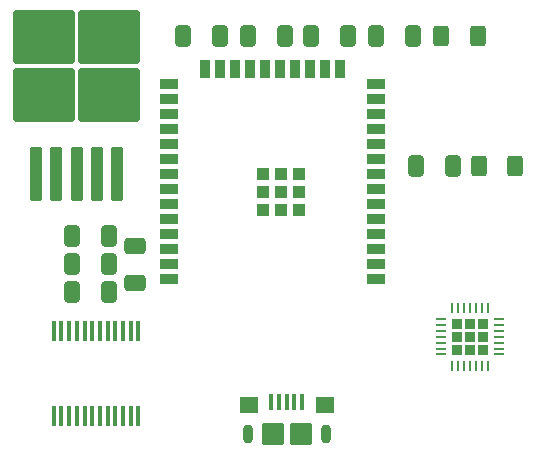
<source format=gtp>
G04 #@! TF.GenerationSoftware,KiCad,Pcbnew,7.0.7*
G04 #@! TF.CreationDate,2024-07-30T23:44:58+02:00*
G04 #@! TF.ProjectId,linefollower_pcb,6c696e65-666f-46c6-9c6f-7765725f7063,rev?*
G04 #@! TF.SameCoordinates,Original*
G04 #@! TF.FileFunction,Paste,Top*
G04 #@! TF.FilePolarity,Positive*
%FSLAX46Y46*%
G04 Gerber Fmt 4.6, Leading zero omitted, Abs format (unit mm)*
G04 Created by KiCad (PCBNEW 7.0.7) date 2024-07-30 23:44:58*
%MOMM*%
%LPD*%
G01*
G04 APERTURE LIST*
G04 Aperture macros list*
%AMRoundRect*
0 Rectangle with rounded corners*
0 $1 Rounding radius*
0 $2 $3 $4 $5 $6 $7 $8 $9 X,Y pos of 4 corners*
0 Add a 4 corners polygon primitive as box body*
4,1,4,$2,$3,$4,$5,$6,$7,$8,$9,$2,$3,0*
0 Add four circle primitives for the rounded corners*
1,1,$1+$1,$2,$3*
1,1,$1+$1,$4,$5*
1,1,$1+$1,$6,$7*
1,1,$1+$1,$8,$9*
0 Add four rect primitives between the rounded corners*
20,1,$1+$1,$2,$3,$4,$5,0*
20,1,$1+$1,$4,$5,$6,$7,0*
20,1,$1+$1,$6,$7,$8,$9,0*
20,1,$1+$1,$8,$9,$2,$3,0*%
G04 Aperture macros list end*
%ADD10O,0.900000X1.600000*%
%ADD11RoundRect,0.250000X-0.550000X-0.450000X0.550000X-0.450000X0.550000X0.450000X-0.550000X0.450000X0*%
%ADD12RoundRect,0.250000X-0.700000X-0.700000X0.700000X-0.700000X0.700000X0.700000X-0.700000X0.700000X0*%
%ADD13RoundRect,0.100000X-0.100000X-0.575000X0.100000X-0.575000X0.100000X0.575000X-0.100000X0.575000X0*%
%ADD14RoundRect,0.250000X0.412500X0.650000X-0.412500X0.650000X-0.412500X-0.650000X0.412500X-0.650000X0*%
%ADD15RoundRect,0.250000X-0.650000X0.412500X-0.650000X-0.412500X0.650000X-0.412500X0.650000X0.412500X0*%
%ADD16RoundRect,0.250000X0.400000X0.625000X-0.400000X0.625000X-0.400000X-0.625000X0.400000X-0.625000X0*%
%ADD17R,0.450000X1.750000*%
%ADD18RoundRect,0.225000X-0.225000X-0.225000X0.225000X-0.225000X0.225000X0.225000X-0.225000X0.225000X0*%
%ADD19RoundRect,0.062500X-0.337500X-0.062500X0.337500X-0.062500X0.337500X0.062500X-0.337500X0.062500X0*%
%ADD20RoundRect,0.062500X-0.062500X-0.337500X0.062500X-0.337500X0.062500X0.337500X-0.062500X0.337500X0*%
%ADD21R,1.500000X0.900000*%
%ADD22R,0.900000X1.500000*%
%ADD23R,1.050000X1.050000*%
%ADD24RoundRect,0.250000X-0.412500X-0.650000X0.412500X-0.650000X0.412500X0.650000X-0.412500X0.650000X0*%
%ADD25RoundRect,0.250000X0.300000X-2.050000X0.300000X2.050000X-0.300000X2.050000X-0.300000X-2.050000X0*%
%ADD26RoundRect,0.250000X2.375000X-2.025000X2.375000X2.025000X-2.375000X2.025000X-2.375000X-2.025000X0*%
G04 APERTURE END LIST*
D10*
X90850000Y-118525000D03*
D11*
X90750000Y-116075000D03*
D12*
X88750000Y-118525000D03*
X86350000Y-118525000D03*
D11*
X84350000Y-116075000D03*
D10*
X84250000Y-118525000D03*
D13*
X88850000Y-115850000D03*
X88200000Y-115850000D03*
X87550000Y-115850000D03*
X86900000Y-115850000D03*
X86250000Y-115850000D03*
D14*
X72462500Y-101750000D03*
X69337500Y-101750000D03*
D15*
X74700000Y-102587500D03*
X74700000Y-105712500D03*
D16*
X103712500Y-84850000D03*
X100612500Y-84850000D03*
D17*
X74975000Y-109850000D03*
X74325000Y-109850000D03*
X73675000Y-109850000D03*
X73025000Y-109850000D03*
X72375000Y-109850000D03*
X71725000Y-109850000D03*
X71075000Y-109850000D03*
X70425000Y-109850000D03*
X69775000Y-109850000D03*
X69125000Y-109850000D03*
X68475000Y-109850000D03*
X67825000Y-109850000D03*
X67825000Y-117050000D03*
X68475000Y-117050000D03*
X69125000Y-117050000D03*
X69775000Y-117050000D03*
X70425000Y-117050000D03*
X71075000Y-117050000D03*
X71725000Y-117050000D03*
X72375000Y-117050000D03*
X73025000Y-117050000D03*
X73675000Y-117050000D03*
X74325000Y-117050000D03*
X74975000Y-117050000D03*
D14*
X72475000Y-106550000D03*
X69350000Y-106550000D03*
D18*
X101930000Y-109180000D03*
X101930000Y-110300000D03*
X101930000Y-111420000D03*
X103050000Y-109180000D03*
X103050000Y-110300000D03*
X103050000Y-111420000D03*
X104170000Y-109180000D03*
X104170000Y-110300000D03*
X104170000Y-111420000D03*
D19*
X100600000Y-108800000D03*
X100600000Y-109300000D03*
X100600000Y-109800000D03*
X100600000Y-110300000D03*
X100600000Y-110800000D03*
X100600000Y-111300000D03*
X100600000Y-111800000D03*
D20*
X101550000Y-112750000D03*
X102050000Y-112750000D03*
X102550000Y-112750000D03*
X103050000Y-112750000D03*
X103550000Y-112750000D03*
X104050000Y-112750000D03*
X104550000Y-112750000D03*
D19*
X105500000Y-111800000D03*
X105500000Y-111300000D03*
X105500000Y-110800000D03*
X105500000Y-110300000D03*
X105500000Y-109800000D03*
X105500000Y-109300000D03*
X105500000Y-108800000D03*
D20*
X104550000Y-107850000D03*
X104050000Y-107850000D03*
X103550000Y-107850000D03*
X103050000Y-107850000D03*
X102550000Y-107850000D03*
X102050000Y-107850000D03*
X101550000Y-107850000D03*
D21*
X95100000Y-105400000D03*
X95100000Y-104130000D03*
X95100000Y-102860000D03*
X95100000Y-101590000D03*
X95100000Y-100320000D03*
X95100000Y-99050000D03*
X95100000Y-97780000D03*
X95100000Y-96510000D03*
X95100000Y-95240000D03*
X95100000Y-93970000D03*
X95100000Y-92700000D03*
X95100000Y-91430000D03*
X95100000Y-90160000D03*
X95100000Y-88890000D03*
D22*
X92060000Y-87640000D03*
X90790000Y-87640000D03*
X89520000Y-87640000D03*
X88250000Y-87640000D03*
X86980000Y-87640000D03*
X85710000Y-87640000D03*
X84440000Y-87640000D03*
X83170000Y-87640000D03*
X81900000Y-87640000D03*
X80630000Y-87640000D03*
D21*
X77600000Y-88890000D03*
X77600000Y-90160000D03*
X77600000Y-91430000D03*
X77600000Y-92700000D03*
X77600000Y-93970000D03*
X77600000Y-95240000D03*
X77600000Y-96510000D03*
X77600000Y-97780000D03*
X77600000Y-99050000D03*
X77600000Y-100320000D03*
X77600000Y-101590000D03*
X77600000Y-102860000D03*
X77600000Y-104130000D03*
X77600000Y-105400000D03*
D23*
X88555000Y-99585000D03*
X88555000Y-98060000D03*
X88555000Y-96535000D03*
X87030000Y-99585000D03*
X87030000Y-98060000D03*
X87030000Y-96535000D03*
X85505000Y-99585000D03*
X85505000Y-98060000D03*
X85505000Y-96535000D03*
D14*
X81875000Y-84850000D03*
X78750000Y-84850000D03*
X72462500Y-104150000D03*
X69337500Y-104150000D03*
D24*
X89600000Y-84800000D03*
X92725000Y-84800000D03*
D25*
X66350000Y-96525000D03*
X68050000Y-96525000D03*
X69750000Y-96525000D03*
D26*
X66975000Y-89800000D03*
X72525000Y-89800000D03*
X66975000Y-84950000D03*
X72525000Y-84950000D03*
D25*
X71450000Y-96525000D03*
X73150000Y-96525000D03*
D24*
X84250000Y-84800000D03*
X87375000Y-84800000D03*
D14*
X101650000Y-95800000D03*
X98525000Y-95800000D03*
X98262500Y-84850000D03*
X95137500Y-84850000D03*
D16*
X106887500Y-95800000D03*
X103787500Y-95800000D03*
M02*

</source>
